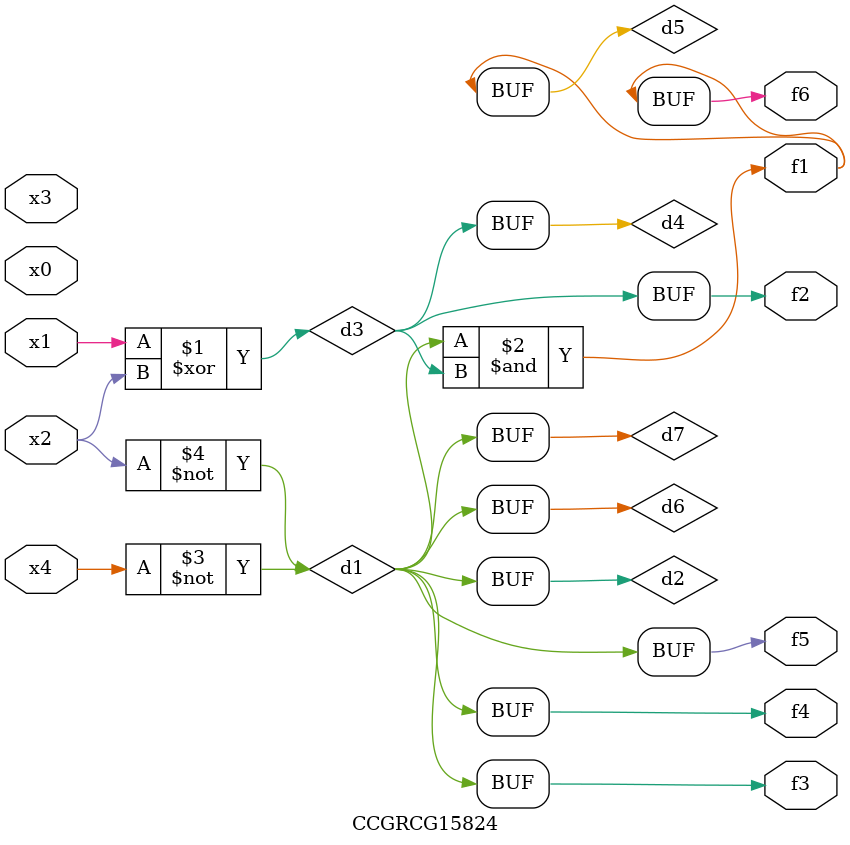
<source format=v>
module CCGRCG15824(
	input x0, x1, x2, x3, x4,
	output f1, f2, f3, f4, f5, f6
);

	wire d1, d2, d3, d4, d5, d6, d7;

	not (d1, x4);
	not (d2, x2);
	xor (d3, x1, x2);
	buf (d4, d3);
	and (d5, d1, d3);
	buf (d6, d1, d2);
	buf (d7, d2);
	assign f1 = d5;
	assign f2 = d4;
	assign f3 = d7;
	assign f4 = d7;
	assign f5 = d7;
	assign f6 = d5;
endmodule

</source>
